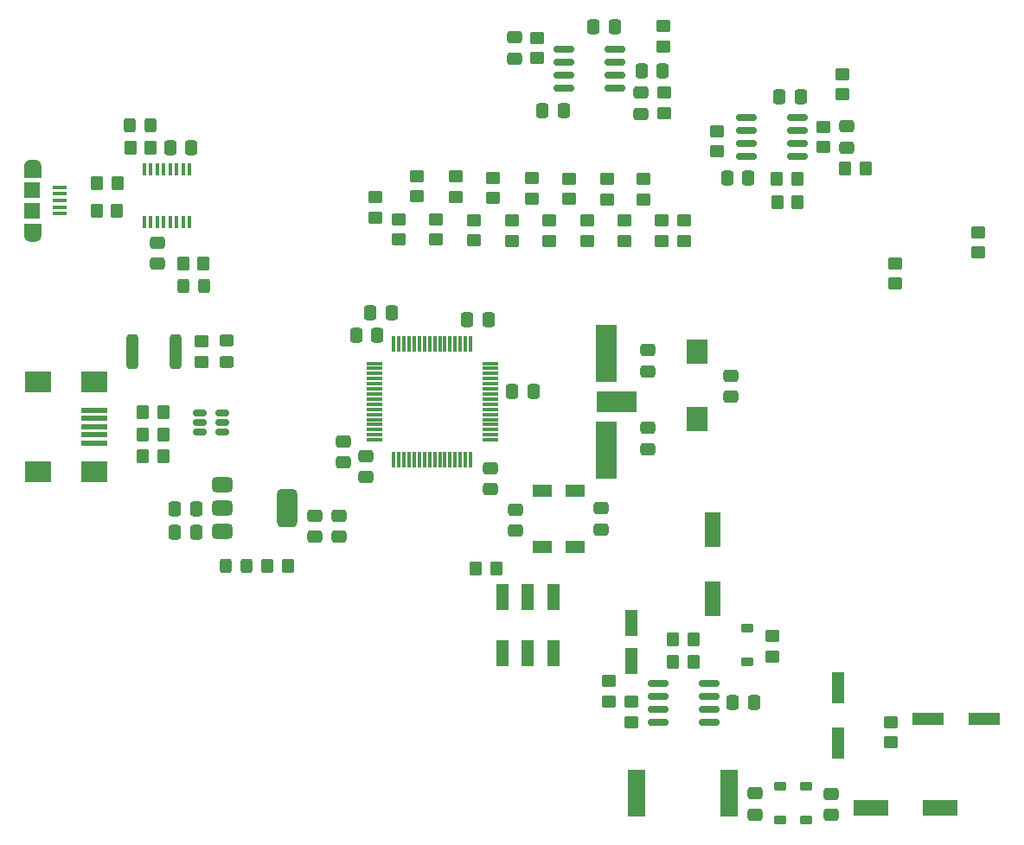
<source format=gbr>
%TF.GenerationSoftware,KiCad,Pcbnew,8.0.0*%
%TF.CreationDate,2024-05-21T22:55:11-06:00*%
%TF.ProjectId,STM32F405_DDS_Generator,53544d33-3246-4343-9035-5f4444535f47,rev?*%
%TF.SameCoordinates,Original*%
%TF.FileFunction,Paste,Top*%
%TF.FilePolarity,Positive*%
%FSLAX46Y46*%
G04 Gerber Fmt 4.6, Leading zero omitted, Abs format (unit mm)*
G04 Created by KiCad (PCBNEW 8.0.0) date 2024-05-21 22:55:11*
%MOMM*%
%LPD*%
G01*
G04 APERTURE LIST*
G04 Aperture macros list*
%AMRoundRect*
0 Rectangle with rounded corners*
0 $1 Rounding radius*
0 $2 $3 $4 $5 $6 $7 $8 $9 X,Y pos of 4 corners*
0 Add a 4 corners polygon primitive as box body*
4,1,4,$2,$3,$4,$5,$6,$7,$8,$9,$2,$3,0*
0 Add four circle primitives for the rounded corners*
1,1,$1+$1,$2,$3*
1,1,$1+$1,$4,$5*
1,1,$1+$1,$6,$7*
1,1,$1+$1,$8,$9*
0 Add four rect primitives between the rounded corners*
20,1,$1+$1,$2,$3,$4,$5,0*
20,1,$1+$1,$4,$5,$6,$7,0*
20,1,$1+$1,$6,$7,$8,$9,0*
20,1,$1+$1,$8,$9,$2,$3,0*%
G04 Aperture macros list end*
%ADD10C,0.010000*%
%ADD11RoundRect,0.225000X0.375000X-0.225000X0.375000X0.225000X-0.375000X0.225000X-0.375000X-0.225000X0*%
%ADD12RoundRect,0.225000X-0.375000X0.225000X-0.375000X-0.225000X0.375000X-0.225000X0.375000X0.225000X0*%
%ADD13RoundRect,0.250000X-0.312500X-1.450000X0.312500X-1.450000X0.312500X1.450000X-0.312500X1.450000X0*%
%ADD14RoundRect,0.250000X-0.450000X0.350000X-0.450000X-0.350000X0.450000X-0.350000X0.450000X0.350000X0*%
%ADD15RoundRect,0.250000X-0.475000X0.337500X-0.475000X-0.337500X0.475000X-0.337500X0.475000X0.337500X0*%
%ADD16R,1.350000X0.400000*%
%ADD17R,1.550000X1.500000*%
%ADD18RoundRect,0.250000X0.475000X-0.337500X0.475000X0.337500X-0.475000X0.337500X-0.475000X-0.337500X0*%
%ADD19R,3.048000X1.219200*%
%ADD20RoundRect,0.250000X-0.337500X-0.475000X0.337500X-0.475000X0.337500X0.475000X-0.337500X0.475000X0*%
%ADD21RoundRect,0.150000X0.825000X0.150000X-0.825000X0.150000X-0.825000X-0.150000X0.825000X-0.150000X0*%
%ADD22RoundRect,0.250000X-0.350000X-0.450000X0.350000X-0.450000X0.350000X0.450000X-0.350000X0.450000X0*%
%ADD23R,2.500000X0.500000*%
%ADD24R,2.500000X2.000000*%
%ADD25RoundRect,0.250000X0.350000X0.450000X-0.350000X0.450000X-0.350000X-0.450000X0.350000X-0.450000X0*%
%ADD26RoundRect,0.250000X0.450000X-0.350000X0.450000X0.350000X-0.450000X0.350000X-0.450000X-0.350000X0*%
%ADD27RoundRect,0.150000X-0.512500X-0.150000X0.512500X-0.150000X0.512500X0.150000X-0.512500X0.150000X0*%
%ADD28RoundRect,0.250000X-0.325000X-0.450000X0.325000X-0.450000X0.325000X0.450000X-0.325000X0.450000X0*%
%ADD29RoundRect,0.250000X0.337500X0.475000X-0.337500X0.475000X-0.337500X-0.475000X0.337500X-0.475000X0*%
%ADD30R,1.900000X1.300000*%
%ADD31RoundRect,0.075000X0.700000X0.075000X-0.700000X0.075000X-0.700000X-0.075000X0.700000X-0.075000X0*%
%ADD32RoundRect,0.075000X0.075000X0.700000X-0.075000X0.700000X-0.075000X-0.700000X0.075000X-0.700000X0*%
%ADD33R,2.100000X5.600000*%
%ADD34R,4.000000X2.100000*%
%ADD35R,3.454400X1.498600*%
%ADD36R,1.219200X2.514600*%
%ADD37R,1.219200X3.048000*%
%ADD38R,0.400000X1.200000*%
%ADD39R,1.799999X4.600001*%
%ADD40RoundRect,0.250000X0.325000X0.450000X-0.325000X0.450000X-0.325000X-0.450000X0.325000X-0.450000X0*%
%ADD41RoundRect,0.150000X-0.825000X-0.150000X0.825000X-0.150000X0.825000X0.150000X-0.825000X0.150000X0*%
%ADD42RoundRect,0.375000X-0.625000X-0.375000X0.625000X-0.375000X0.625000X0.375000X-0.625000X0.375000X0*%
%ADD43RoundRect,0.500000X-0.500000X-1.400000X0.500000X-1.400000X0.500000X1.400000X-0.500000X1.400000X0*%
%ADD44RoundRect,0.250000X0.450000X-0.325000X0.450000X0.325000X-0.450000X0.325000X-0.450000X-0.325000X0*%
%ADD45R,1.200000X2.500000*%
%ADD46R,2.100000X2.400000*%
%ADD47R,1.498600X3.454400*%
G04 APERTURE END LIST*
D10*
%TO.C,J2*%
X98918200Y-53755400D02*
X98944200Y-53757400D01*
X98970200Y-53760400D01*
X98996200Y-53765400D01*
X99021200Y-53771400D01*
X99047200Y-53778400D01*
X99071200Y-53787400D01*
X99095200Y-53797400D01*
X99119200Y-53808400D01*
X99142200Y-53821400D01*
X99164200Y-53835400D01*
X99186200Y-53849400D01*
X99207200Y-53865400D01*
X99227200Y-53882400D01*
X99246200Y-53900400D01*
X99264200Y-53919400D01*
X99281200Y-53939400D01*
X99297200Y-53960400D01*
X99311200Y-53982400D01*
X99325200Y-54004400D01*
X99338200Y-54027400D01*
X99349200Y-54051400D01*
X99359200Y-54075400D01*
X99368200Y-54099400D01*
X99375200Y-54125400D01*
X99381200Y-54150400D01*
X99386200Y-54176400D01*
X99389200Y-54202400D01*
X99391200Y-54228400D01*
X99392200Y-54254400D01*
X99392200Y-55399400D01*
X97842200Y-55399400D01*
X97842200Y-54254400D01*
X97843200Y-54228400D01*
X97845200Y-54202400D01*
X97848200Y-54176400D01*
X97853200Y-54150400D01*
X97859200Y-54125400D01*
X97866200Y-54099400D01*
X97875200Y-54075400D01*
X97885200Y-54051400D01*
X97896200Y-54027400D01*
X97909200Y-54004400D01*
X97923200Y-53982400D01*
X97937200Y-53960400D01*
X97953200Y-53939400D01*
X97970200Y-53919400D01*
X97988200Y-53900400D01*
X98007200Y-53882400D01*
X98027200Y-53865400D01*
X98048200Y-53849400D01*
X98070200Y-53835400D01*
X98092200Y-53821400D01*
X98115200Y-53808400D01*
X98139200Y-53797400D01*
X98163200Y-53787400D01*
X98187200Y-53778400D01*
X98213200Y-53771400D01*
X98238200Y-53765400D01*
X98264200Y-53760400D01*
X98290200Y-53757400D01*
X98316200Y-53755400D01*
X98342200Y-53754400D01*
X98892200Y-53754400D01*
X98918200Y-53755400D01*
G36*
X98918200Y-53755400D02*
G01*
X98944200Y-53757400D01*
X98970200Y-53760400D01*
X98996200Y-53765400D01*
X99021200Y-53771400D01*
X99047200Y-53778400D01*
X99071200Y-53787400D01*
X99095200Y-53797400D01*
X99119200Y-53808400D01*
X99142200Y-53821400D01*
X99164200Y-53835400D01*
X99186200Y-53849400D01*
X99207200Y-53865400D01*
X99227200Y-53882400D01*
X99246200Y-53900400D01*
X99264200Y-53919400D01*
X99281200Y-53939400D01*
X99297200Y-53960400D01*
X99311200Y-53982400D01*
X99325200Y-54004400D01*
X99338200Y-54027400D01*
X99349200Y-54051400D01*
X99359200Y-54075400D01*
X99368200Y-54099400D01*
X99375200Y-54125400D01*
X99381200Y-54150400D01*
X99386200Y-54176400D01*
X99389200Y-54202400D01*
X99391200Y-54228400D01*
X99392200Y-54254400D01*
X99392200Y-55399400D01*
X97842200Y-55399400D01*
X97842200Y-54254400D01*
X97843200Y-54228400D01*
X97845200Y-54202400D01*
X97848200Y-54176400D01*
X97853200Y-54150400D01*
X97859200Y-54125400D01*
X97866200Y-54099400D01*
X97875200Y-54075400D01*
X97885200Y-54051400D01*
X97896200Y-54027400D01*
X97909200Y-54004400D01*
X97923200Y-53982400D01*
X97937200Y-53960400D01*
X97953200Y-53939400D01*
X97970200Y-53919400D01*
X97988200Y-53900400D01*
X98007200Y-53882400D01*
X98027200Y-53865400D01*
X98048200Y-53849400D01*
X98070200Y-53835400D01*
X98092200Y-53821400D01*
X98115200Y-53808400D01*
X98139200Y-53797400D01*
X98163200Y-53787400D01*
X98187200Y-53778400D01*
X98213200Y-53771400D01*
X98238200Y-53765400D01*
X98264200Y-53760400D01*
X98290200Y-53757400D01*
X98316200Y-53755400D01*
X98342200Y-53754400D01*
X98892200Y-53754400D01*
X98918200Y-53755400D01*
G37*
X99392200Y-61144400D02*
X99391200Y-61170400D01*
X99389200Y-61196400D01*
X99386200Y-61222400D01*
X99381200Y-61248400D01*
X99375200Y-61273400D01*
X99368200Y-61299400D01*
X99359200Y-61323400D01*
X99349200Y-61347400D01*
X99338200Y-61371400D01*
X99325200Y-61394400D01*
X99311200Y-61416400D01*
X99297200Y-61438400D01*
X99281200Y-61459400D01*
X99264200Y-61479400D01*
X99246200Y-61498400D01*
X99227200Y-61516400D01*
X99207200Y-61533400D01*
X99186200Y-61549400D01*
X99164200Y-61563400D01*
X99142200Y-61577400D01*
X99119200Y-61590400D01*
X99095200Y-61601400D01*
X99071200Y-61611400D01*
X99047200Y-61620400D01*
X99021200Y-61627400D01*
X98996200Y-61633400D01*
X98970200Y-61638400D01*
X98944200Y-61641400D01*
X98918200Y-61643400D01*
X98892200Y-61644400D01*
X98342200Y-61644400D01*
X98316200Y-61643400D01*
X98290200Y-61641400D01*
X98264200Y-61638400D01*
X98238200Y-61633400D01*
X98213200Y-61627400D01*
X98187200Y-61620400D01*
X98163200Y-61611400D01*
X98139200Y-61601400D01*
X98115200Y-61590400D01*
X98092200Y-61577400D01*
X98070200Y-61563400D01*
X98048200Y-61549400D01*
X98027200Y-61533400D01*
X98007200Y-61516400D01*
X97988200Y-61498400D01*
X97970200Y-61479400D01*
X97953200Y-61459400D01*
X97937200Y-61438400D01*
X97923200Y-61416400D01*
X97909200Y-61394400D01*
X97896200Y-61371400D01*
X97885200Y-61347400D01*
X97875200Y-61323400D01*
X97866200Y-61299400D01*
X97859200Y-61273400D01*
X97853200Y-61248400D01*
X97848200Y-61222400D01*
X97845200Y-61196400D01*
X97843200Y-61170400D01*
X97842200Y-61144400D01*
X97842200Y-59999400D01*
X99392200Y-59999400D01*
X99392200Y-61144400D01*
G36*
X99392200Y-61144400D02*
G01*
X99391200Y-61170400D01*
X99389200Y-61196400D01*
X99386200Y-61222400D01*
X99381200Y-61248400D01*
X99375200Y-61273400D01*
X99368200Y-61299400D01*
X99359200Y-61323400D01*
X99349200Y-61347400D01*
X99338200Y-61371400D01*
X99325200Y-61394400D01*
X99311200Y-61416400D01*
X99297200Y-61438400D01*
X99281200Y-61459400D01*
X99264200Y-61479400D01*
X99246200Y-61498400D01*
X99227200Y-61516400D01*
X99207200Y-61533400D01*
X99186200Y-61549400D01*
X99164200Y-61563400D01*
X99142200Y-61577400D01*
X99119200Y-61590400D01*
X99095200Y-61601400D01*
X99071200Y-61611400D01*
X99047200Y-61620400D01*
X99021200Y-61627400D01*
X98996200Y-61633400D01*
X98970200Y-61638400D01*
X98944200Y-61641400D01*
X98918200Y-61643400D01*
X98892200Y-61644400D01*
X98342200Y-61644400D01*
X98316200Y-61643400D01*
X98290200Y-61641400D01*
X98264200Y-61638400D01*
X98238200Y-61633400D01*
X98213200Y-61627400D01*
X98187200Y-61620400D01*
X98163200Y-61611400D01*
X98139200Y-61601400D01*
X98115200Y-61590400D01*
X98092200Y-61577400D01*
X98070200Y-61563400D01*
X98048200Y-61549400D01*
X98027200Y-61533400D01*
X98007200Y-61516400D01*
X97988200Y-61498400D01*
X97970200Y-61479400D01*
X97953200Y-61459400D01*
X97937200Y-61438400D01*
X97923200Y-61416400D01*
X97909200Y-61394400D01*
X97896200Y-61371400D01*
X97885200Y-61347400D01*
X97875200Y-61323400D01*
X97866200Y-61299400D01*
X97859200Y-61273400D01*
X97853200Y-61248400D01*
X97848200Y-61222400D01*
X97845200Y-61196400D01*
X97843200Y-61170400D01*
X97842200Y-61144400D01*
X97842200Y-59999400D01*
X99392200Y-59999400D01*
X99392200Y-61144400D01*
G37*
%TD*%
D11*
%TO.C,D7*%
X174371000Y-118439200D03*
X174371000Y-115139200D03*
%TD*%
D12*
%TO.C,D6*%
X171805600Y-115140200D03*
X171805600Y-118440200D03*
%TD*%
%TO.C,D5*%
X168579800Y-99620800D03*
X168579800Y-102920800D03*
%TD*%
D13*
%TO.C,F1*%
X108403300Y-72517000D03*
X112678300Y-72517000D03*
%TD*%
D14*
%TO.C,R39*%
X165624000Y-50892200D03*
X165624000Y-52892200D03*
%TD*%
D15*
%TO.C,C12*%
X145872200Y-87993400D03*
X145872200Y-90068400D03*
%TD*%
D14*
%TO.C,R24*%
X138150600Y-59553600D03*
X138150600Y-61553600D03*
%TD*%
D16*
%TO.C,J2*%
X101292200Y-56399400D03*
X101292200Y-57049400D03*
X101292200Y-57699400D03*
X101292200Y-58349400D03*
X101292200Y-58999400D03*
D17*
X98617200Y-56699400D03*
X98617200Y-58699400D03*
%TD*%
D18*
%TO.C,C9*%
X158854100Y-82050800D03*
X158854100Y-79975800D03*
%TD*%
D15*
%TO.C,C10*%
X158904900Y-72355800D03*
X158904900Y-74430800D03*
%TD*%
D19*
%TO.C,C30*%
X191782700Y-108483400D03*
X186321700Y-108483400D03*
%TD*%
D15*
%TO.C,C29*%
X176784000Y-115827900D03*
X176784000Y-117902900D03*
%TD*%
D20*
%TO.C,C20*%
X148543100Y-48895000D03*
X150618100Y-48895000D03*
%TD*%
D14*
%TO.C,R15*%
X152933400Y-59680600D03*
X152933400Y-61680600D03*
%TD*%
D21*
%TO.C,U7*%
X164843000Y-108850200D03*
X164843000Y-107580200D03*
X164843000Y-106310200D03*
X164843000Y-105040200D03*
X159893000Y-105040200D03*
X159893000Y-106310200D03*
X159893000Y-107580200D03*
X159893000Y-108850200D03*
%TD*%
D22*
%TO.C,R2*%
X142052800Y-93751400D03*
X144052800Y-93751400D03*
%TD*%
D23*
%TO.C,J1*%
X104640800Y-78257600D03*
X104640800Y-79057600D03*
X104640800Y-79857600D03*
X104640800Y-80657600D03*
X104640800Y-81457600D03*
D24*
X104640800Y-75457600D03*
X99140800Y-75457600D03*
X104640800Y-84257600D03*
X99140800Y-84257600D03*
%TD*%
D15*
%TO.C,C16*%
X126263400Y-88599100D03*
X126263400Y-90674100D03*
%TD*%
D25*
%TO.C,R31*%
X163342600Y-100711000D03*
X161342600Y-100711000D03*
%TD*%
D14*
%TO.C,R38*%
X160486600Y-47158400D03*
X160486600Y-49158400D03*
%TD*%
D26*
%TO.C,R17*%
X151130000Y-57565800D03*
X151130000Y-55565800D03*
%TD*%
D27*
%TO.C,U2*%
X114965900Y-78526600D03*
X114965900Y-79476600D03*
X114965900Y-80426600D03*
X117240900Y-80426600D03*
X117240900Y-79476600D03*
X117240900Y-78526600D03*
%TD*%
D26*
%TO.C,R35*%
X191185800Y-62798200D03*
X191185800Y-60798200D03*
%TD*%
D28*
%TO.C,D1*%
X117516800Y-93522800D03*
X119566800Y-93522800D03*
%TD*%
D14*
%TO.C,R22*%
X141859000Y-59629800D03*
X141859000Y-61629800D03*
%TD*%
D22*
%TO.C,R7*%
X108194600Y-52552600D03*
X110194600Y-52552600D03*
%TD*%
D14*
%TO.C,R26*%
X134442200Y-59544200D03*
X134442200Y-61544200D03*
%TD*%
D29*
%TO.C,C34*%
X160320900Y-45008800D03*
X158245900Y-45008800D03*
%TD*%
D26*
%TO.C,R21*%
X143738600Y-57464200D03*
X143738600Y-55464200D03*
%TD*%
D15*
%TO.C,C1*%
X131296400Y-82736900D03*
X131296400Y-84811900D03*
%TD*%
D30*
%TO.C,Y2*%
X148521300Y-86175400D03*
X148521300Y-91675400D03*
X151721300Y-91675400D03*
X151721300Y-86175400D03*
%TD*%
D14*
%TO.C,R42*%
X176072800Y-50485800D03*
X176072800Y-52485800D03*
%TD*%
D20*
%TO.C,C24*%
X167201800Y-106934000D03*
X169276800Y-106934000D03*
%TD*%
D31*
%TO.C,U1*%
X143433800Y-81165200D03*
X143433800Y-80665200D03*
X143433800Y-80165200D03*
X143433800Y-79665200D03*
X143433800Y-79165200D03*
X143433800Y-78665200D03*
X143433800Y-78165200D03*
X143433800Y-77665200D03*
X143433800Y-77165200D03*
X143433800Y-76665200D03*
X143433800Y-76165200D03*
X143433800Y-75665200D03*
X143433800Y-75165200D03*
X143433800Y-74665200D03*
X143433800Y-74165200D03*
X143433800Y-73665200D03*
D32*
X141508800Y-71740200D03*
X141008800Y-71740200D03*
X140508800Y-71740200D03*
X140008800Y-71740200D03*
X139508800Y-71740200D03*
X139008800Y-71740200D03*
X138508800Y-71740200D03*
X138008800Y-71740200D03*
X137508800Y-71740200D03*
X137008800Y-71740200D03*
X136508800Y-71740200D03*
X136008800Y-71740200D03*
X135508800Y-71740200D03*
X135008800Y-71740200D03*
X134508800Y-71740200D03*
X134008800Y-71740200D03*
D31*
X132083800Y-73665200D03*
X132083800Y-74165200D03*
X132083800Y-74665200D03*
X132083800Y-75165200D03*
X132083800Y-75665200D03*
X132083800Y-76165200D03*
X132083800Y-76665200D03*
X132083800Y-77165200D03*
X132083800Y-77665200D03*
X132083800Y-78165200D03*
X132083800Y-78665200D03*
X132083800Y-79165200D03*
X132083800Y-79665200D03*
X132083800Y-80165200D03*
X132083800Y-80665200D03*
X132083800Y-81165200D03*
D32*
X134008800Y-83090200D03*
X134508800Y-83090200D03*
X135008800Y-83090200D03*
X135508800Y-83090200D03*
X136008800Y-83090200D03*
X136508800Y-83090200D03*
X137008800Y-83090200D03*
X137508800Y-83090200D03*
X138008800Y-83090200D03*
X138508800Y-83090200D03*
X139008800Y-83090200D03*
X139508800Y-83090200D03*
X140008800Y-83090200D03*
X140508800Y-83090200D03*
X141008800Y-83090200D03*
X141508800Y-83090200D03*
%TD*%
D26*
%TO.C,R37*%
X160350200Y-42630600D03*
X160350200Y-40630600D03*
%TD*%
D29*
%TO.C,C3*%
X132384700Y-70871200D03*
X130309700Y-70871200D03*
%TD*%
D26*
%TO.C,R19*%
X147523200Y-57515000D03*
X147523200Y-55515000D03*
%TD*%
D29*
%TO.C,C19*%
X155647300Y-40716200D03*
X153572300Y-40716200D03*
%TD*%
D33*
%TO.C,Y1*%
X154840900Y-82181900D03*
X154840900Y-72681900D03*
D34*
X155790900Y-77431900D03*
%TD*%
D15*
%TO.C,C28*%
X169392600Y-115802500D03*
X169392600Y-117877500D03*
%TD*%
D35*
%TO.C,C27*%
X187502800Y-117221000D03*
X180746400Y-117221000D03*
%TD*%
D22*
%TO.C,R4*%
X109439200Y-78435200D03*
X111439200Y-78435200D03*
%TD*%
%TO.C,R5*%
X109439200Y-82727800D03*
X111439200Y-82727800D03*
%TD*%
D20*
%TO.C,C4*%
X141206300Y-69347200D03*
X143281300Y-69347200D03*
%TD*%
D36*
%TO.C,C23*%
X157237200Y-102844600D03*
X157237200Y-99136200D03*
%TD*%
D18*
%TO.C,C35*%
X178308000Y-52497900D03*
X178308000Y-50422900D03*
%TD*%
D14*
%TO.C,R12*%
X156616400Y-59680600D03*
X156616400Y-61680600D03*
%TD*%
D26*
%TO.C,R28*%
X155078200Y-106791000D03*
X155078200Y-104791000D03*
%TD*%
D14*
%TO.C,R16*%
X149250400Y-59655200D03*
X149250400Y-61655200D03*
%TD*%
D28*
%TO.C,D4*%
X113361800Y-66113300D03*
X115411800Y-66113300D03*
%TD*%
D15*
%TO.C,C6*%
X166956700Y-74861600D03*
X166956700Y-76936600D03*
%TD*%
D22*
%TO.C,R43*%
X178206400Y-54584600D03*
X180206400Y-54584600D03*
%TD*%
D14*
%TO.C,R1*%
X115138200Y-71526400D03*
X115138200Y-73526400D03*
%TD*%
D37*
%TO.C,C26*%
X177520600Y-105448100D03*
X177520600Y-110909100D03*
%TD*%
D29*
%TO.C,C18*%
X114194500Y-52527200D03*
X112119500Y-52527200D03*
%TD*%
D15*
%TO.C,C14*%
X128629500Y-88599100D03*
X128629500Y-90674100D03*
%TD*%
D38*
%TO.C,U5*%
X109550200Y-59835400D03*
X110185200Y-59835400D03*
X110820200Y-59835400D03*
X111455200Y-59835400D03*
X112090200Y-59835400D03*
X112725200Y-59835400D03*
X113360200Y-59835400D03*
X113995200Y-59835400D03*
X113995200Y-54635400D03*
X113360200Y-54635400D03*
X112725200Y-54635400D03*
X112090200Y-54635400D03*
X111455200Y-54635400D03*
X110820200Y-54635400D03*
X110185200Y-54635400D03*
X109550200Y-54635400D03*
%TD*%
D25*
%TO.C,R8*%
X115366800Y-63878100D03*
X113366800Y-63878100D03*
%TD*%
D26*
%TO.C,R32*%
X171094400Y-102371400D03*
X171094400Y-100371400D03*
%TD*%
%TO.C,R13*%
X154863800Y-57591200D03*
X154863800Y-55591200D03*
%TD*%
D14*
%TO.C,R20*%
X145542000Y-59655200D03*
X145542000Y-61655200D03*
%TD*%
D25*
%TO.C,R29*%
X163342600Y-102895400D03*
X161342600Y-102895400D03*
%TD*%
D18*
%TO.C,C33*%
X158216600Y-49221300D03*
X158216600Y-47146300D03*
%TD*%
D25*
%TO.C,R40*%
X173516800Y-55575200D03*
X171516800Y-55575200D03*
%TD*%
D15*
%TO.C,C7*%
X129090500Y-81314500D03*
X129090500Y-83389500D03*
%TD*%
D39*
%TO.C,L1*%
X166806000Y-115824000D03*
X157806000Y-115824000D03*
%TD*%
D14*
%TO.C,R30*%
X157288000Y-106832400D03*
X157288000Y-108832400D03*
%TD*%
D29*
%TO.C,C8*%
X133785600Y-68712200D03*
X131710600Y-68712200D03*
%TD*%
D40*
%TO.C,D3*%
X110197100Y-50320300D03*
X108147100Y-50320300D03*
%TD*%
D41*
%TO.C,U4*%
X150661600Y-42875200D03*
X150661600Y-44145200D03*
X150661600Y-45415200D03*
X150661600Y-46685200D03*
X155611600Y-46685200D03*
X155611600Y-45415200D03*
X155611600Y-44145200D03*
X155611600Y-42875200D03*
%TD*%
D42*
%TO.C,U3*%
X117246000Y-85519900D03*
X117246000Y-87819900D03*
D43*
X123546000Y-87819900D03*
D42*
X117246000Y-90119900D03*
%TD*%
D26*
%TO.C,R18*%
X162382200Y-61690000D03*
X162382200Y-59690000D03*
%TD*%
D15*
%TO.C,C17*%
X110845600Y-61827500D03*
X110845600Y-63902500D03*
%TD*%
D20*
%TO.C,C5*%
X145596700Y-76454000D03*
X147671700Y-76454000D03*
%TD*%
D29*
%TO.C,C15*%
X114630200Y-87960200D03*
X112555200Y-87960200D03*
%TD*%
D26*
%TO.C,R36*%
X183108600Y-65871600D03*
X183108600Y-63871600D03*
%TD*%
D22*
%TO.C,R10*%
X104934000Y-56032400D03*
X106934000Y-56032400D03*
%TD*%
D26*
%TO.C,R11*%
X158419800Y-57616600D03*
X158419800Y-55616600D03*
%TD*%
D44*
%TO.C,D2*%
X117615100Y-73503500D03*
X117615100Y-71453500D03*
%TD*%
D20*
%TO.C,C22*%
X166627900Y-55528300D03*
X168702900Y-55528300D03*
%TD*%
D22*
%TO.C,R9*%
X104908600Y-58724800D03*
X106908600Y-58724800D03*
%TD*%
D26*
%TO.C,R23*%
X140030200Y-57362600D03*
X140030200Y-55362600D03*
%TD*%
D14*
%TO.C,R44*%
X177952400Y-45329600D03*
X177952400Y-47329600D03*
%TD*%
D25*
%TO.C,R41*%
X173542200Y-57835800D03*
X171542200Y-57835800D03*
%TD*%
D29*
%TO.C,C13*%
X114630200Y-90242300D03*
X112555200Y-90242300D03*
%TD*%
D14*
%TO.C,R14*%
X160197800Y-59680600D03*
X160197800Y-61680600D03*
%TD*%
D45*
%TO.C,S1*%
X149616800Y-96538600D03*
X147116800Y-96538600D03*
X144616800Y-96538600D03*
X149616800Y-102038600D03*
X147116800Y-102038600D03*
X144616800Y-102038600D03*
%TD*%
D14*
%TO.C,R27*%
X148056600Y-41748200D03*
X148056600Y-43748200D03*
%TD*%
D46*
%TO.C,SW1*%
X163705500Y-79080900D03*
X163705500Y-72480900D03*
%TD*%
D14*
%TO.C,R33*%
X182651400Y-108829600D03*
X182651400Y-110829600D03*
%TD*%
D15*
%TO.C,C11*%
X154305000Y-87866400D03*
X154305000Y-89941400D03*
%TD*%
D18*
%TO.C,C32*%
X145796000Y-43785700D03*
X145796000Y-41710700D03*
%TD*%
D41*
%TO.C,U6*%
X168554400Y-49595000D03*
X168554400Y-50865000D03*
X168554400Y-52135000D03*
X168554400Y-53405000D03*
X173504400Y-53405000D03*
X173504400Y-52135000D03*
X173504400Y-50865000D03*
X173504400Y-49595000D03*
%TD*%
D47*
%TO.C,C25*%
X165187400Y-96748600D03*
X165187400Y-89992200D03*
%TD*%
D15*
%TO.C,C2*%
X143416100Y-83930700D03*
X143416100Y-86005700D03*
%TD*%
D22*
%TO.C,R3*%
X109439200Y-80619600D03*
X111439200Y-80619600D03*
%TD*%
D14*
%TO.C,R25*%
X136271000Y-55311800D03*
X136271000Y-57311800D03*
%TD*%
%TO.C,R34*%
X132232400Y-57385200D03*
X132232400Y-59385200D03*
%TD*%
D22*
%TO.C,R6*%
X121631200Y-93548200D03*
X123631200Y-93548200D03*
%TD*%
D29*
%TO.C,C21*%
X173833700Y-47527300D03*
X171758700Y-47527300D03*
%TD*%
M02*

</source>
